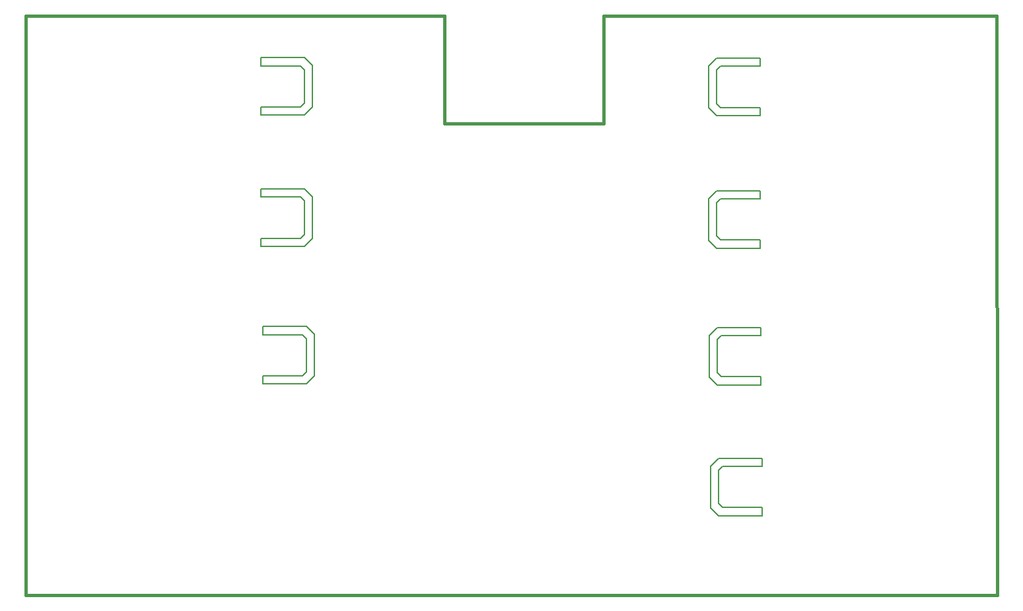
<source format=gbr>
G04 #@! TF.GenerationSoftware,KiCad,Pcbnew,(5.1.6)-1*
G04 #@! TF.CreationDate,2020-06-22T15:28:22+05:30*
G04 #@! TF.ProjectId,ESP8266_RelayBoard,45535038-3236-4365-9f52-656c6179426f,rev?*
G04 #@! TF.SameCoordinates,Original*
G04 #@! TF.FileFunction,Other,User*
%FSLAX46Y46*%
G04 Gerber Fmt 4.6, Leading zero omitted, Abs format (unit mm)*
G04 Created by KiCad (PCBNEW (5.1.6)-1) date 2020-06-22 15:28:22*
%MOMM*%
%LPD*%
G01*
G04 APERTURE LIST*
G04 #@! TA.AperFunction,Profile*
%ADD10C,0.203200*%
G04 #@! TD*
G04 #@! TA.AperFunction,Profile*
%ADD11C,0.381000*%
G04 #@! TD*
G04 APERTURE END LIST*
D10*
X160464500Y-88265000D02*
X159448500Y-89281000D01*
X166052500Y-88265000D02*
X160464500Y-88265000D01*
X159448500Y-94615000D02*
X160464500Y-95631000D01*
X159448500Y-89281000D02*
X159448500Y-94615000D01*
X160464500Y-95631000D02*
X166052500Y-95631000D01*
X166052500Y-95631000D02*
X166052500Y-94551500D01*
X160464500Y-89789000D02*
X160972500Y-89281000D01*
X166052500Y-94551500D02*
X160972500Y-94551500D01*
X160464500Y-94043500D02*
X160464500Y-89789000D01*
X160972500Y-89281000D02*
X166052500Y-89281000D01*
X166052500Y-89281000D02*
X166052500Y-88265000D01*
X160972500Y-94551500D02*
X160464500Y-94043500D01*
X160337500Y-71501000D02*
X159321500Y-72517000D01*
X165925500Y-71501000D02*
X160337500Y-71501000D01*
X159321500Y-77851000D02*
X160337500Y-78867000D01*
X159321500Y-72517000D02*
X159321500Y-77851000D01*
X160337500Y-78867000D02*
X165925500Y-78867000D01*
X165925500Y-78867000D02*
X165925500Y-77787500D01*
X160337500Y-73025000D02*
X160845500Y-72517000D01*
X165925500Y-77787500D02*
X160845500Y-77787500D01*
X160337500Y-77279500D02*
X160337500Y-73025000D01*
X160845500Y-72517000D02*
X165925500Y-72517000D01*
X165925500Y-72517000D02*
X165925500Y-71501000D01*
X160845500Y-77787500D02*
X160337500Y-77279500D01*
X160274000Y-53975000D02*
X159258000Y-54991000D01*
X165862000Y-53975000D02*
X160274000Y-53975000D01*
X159258000Y-60325000D02*
X160274000Y-61341000D01*
X159258000Y-54991000D02*
X159258000Y-60325000D01*
X160274000Y-61341000D02*
X165862000Y-61341000D01*
X165862000Y-61341000D02*
X165862000Y-60261500D01*
X160274000Y-55499000D02*
X160782000Y-54991000D01*
X165862000Y-60261500D02*
X160782000Y-60261500D01*
X160274000Y-59753500D02*
X160274000Y-55499000D01*
X160782000Y-54991000D02*
X165862000Y-54991000D01*
X165862000Y-54991000D02*
X165862000Y-53975000D01*
X160782000Y-60261500D02*
X160274000Y-59753500D01*
X160274000Y-37020500D02*
X159258000Y-38036500D01*
X165862000Y-37020500D02*
X160274000Y-37020500D01*
X159258000Y-43370500D02*
X160274000Y-44386500D01*
X159258000Y-38036500D02*
X159258000Y-43370500D01*
X160274000Y-44386500D02*
X165862000Y-44386500D01*
X165862000Y-44386500D02*
X165862000Y-43307000D01*
X160274000Y-38544500D02*
X160782000Y-38036500D01*
X165862000Y-43307000D02*
X160782000Y-43307000D01*
X160274000Y-42799000D02*
X160274000Y-38544500D01*
X160782000Y-38036500D02*
X165862000Y-38036500D01*
X165862000Y-38036500D02*
X165862000Y-37020500D01*
X160782000Y-43307000D02*
X160274000Y-42799000D01*
X107378500Y-61087000D02*
X108394500Y-60071000D01*
X101790500Y-61087000D02*
X107378500Y-61087000D01*
X108394500Y-54737000D02*
X107378500Y-53721000D01*
X108394500Y-60071000D02*
X108394500Y-54737000D01*
X107378500Y-53721000D02*
X101790500Y-53721000D01*
X101790500Y-53721000D02*
X101790500Y-54800500D01*
X107378500Y-59563000D02*
X106870500Y-60071000D01*
X101790500Y-54800500D02*
X106870500Y-54800500D01*
X107378500Y-55308500D02*
X107378500Y-59563000D01*
X106870500Y-60071000D02*
X101790500Y-60071000D01*
X101790500Y-60071000D02*
X101790500Y-61087000D01*
X106870500Y-54800500D02*
X107378500Y-55308500D01*
X107696000Y-78740000D02*
X108712000Y-77724000D01*
X102108000Y-78740000D02*
X107696000Y-78740000D01*
X108712000Y-72390000D02*
X107696000Y-71374000D01*
X108712000Y-77724000D02*
X108712000Y-72390000D01*
X107696000Y-71374000D02*
X102108000Y-71374000D01*
X102108000Y-71374000D02*
X102108000Y-72453500D01*
X107696000Y-77216000D02*
X107188000Y-77724000D01*
X102108000Y-72453500D02*
X107188000Y-72453500D01*
X107696000Y-72961500D02*
X107696000Y-77216000D01*
X107188000Y-77724000D02*
X102108000Y-77724000D01*
X102108000Y-77724000D02*
X102108000Y-78740000D01*
X107188000Y-72453500D02*
X107696000Y-72961500D01*
X107378500Y-44259500D02*
X108394500Y-43243500D01*
X101790500Y-44259500D02*
X107378500Y-44259500D01*
X108394500Y-37909500D02*
X107378500Y-36893500D01*
X108394500Y-43243500D02*
X108394500Y-37909500D01*
X107378500Y-36893500D02*
X101790500Y-36893500D01*
X101790500Y-36893500D02*
X101790500Y-37973000D01*
X107378500Y-42735500D02*
X106870500Y-43243500D01*
X101790500Y-37973000D02*
X106870500Y-37973000D01*
X107378500Y-38481000D02*
X107378500Y-42735500D01*
X106870500Y-43243500D02*
X101790500Y-43243500D01*
X101790500Y-43243500D02*
X101790500Y-44259500D01*
X106870500Y-37973000D02*
X107378500Y-38481000D01*
D11*
X71691500Y-31559500D02*
X125349000Y-31559500D01*
X145732500Y-31559500D02*
X196151500Y-31559500D01*
X125349000Y-45339000D02*
X125349000Y-31559500D01*
X145732500Y-45339000D02*
X145732500Y-31559500D01*
X125349000Y-45339000D02*
X145732500Y-45339000D01*
X71691500Y-105791000D02*
X71691500Y-31559500D01*
X196215000Y-105791000D02*
X71691500Y-105791000D01*
X196151500Y-31559500D02*
X196215000Y-105791000D01*
M02*

</source>
